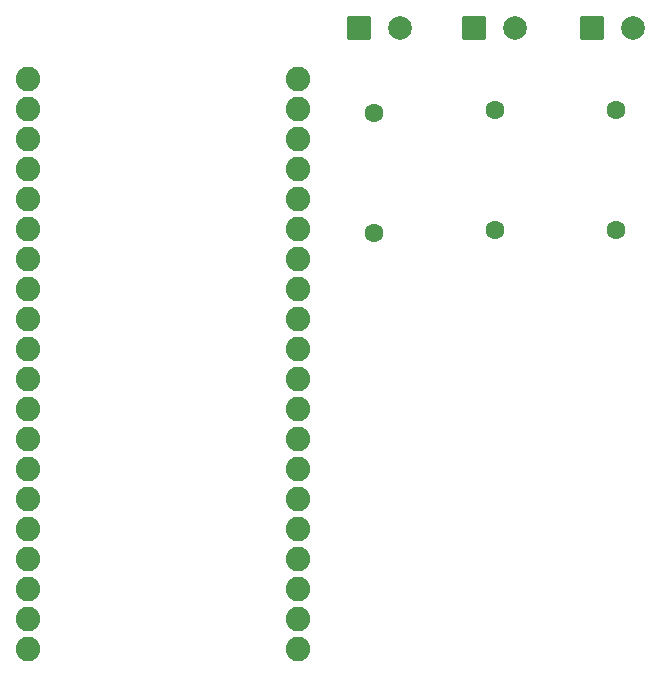
<source format=gbr>
%TF.GenerationSoftware,KiCad,Pcbnew,9.0.6*%
%TF.CreationDate,2025-11-23T12:16:46-08:00*%
%TF.ProjectId,CurrentTransformer,43757272-656e-4745-9472-616e73666f72,rev?*%
%TF.SameCoordinates,Original*%
%TF.FileFunction,Soldermask,Bot*%
%TF.FilePolarity,Negative*%
%FSLAX46Y46*%
G04 Gerber Fmt 4.6, Leading zero omitted, Abs format (unit mm)*
G04 Created by KiCad (PCBNEW 9.0.6) date 2025-11-23 12:16:46*
%MOMM*%
%LPD*%
G01*
G04 APERTURE LIST*
G04 Aperture macros list*
%AMRoundRect*
0 Rectangle with rounded corners*
0 $1 Rounding radius*
0 $2 $3 $4 $5 $6 $7 $8 $9 X,Y pos of 4 corners*
0 Add a 4 corners polygon primitive as box body*
4,1,4,$2,$3,$4,$5,$6,$7,$8,$9,$2,$3,0*
0 Add four circle primitives for the rounded corners*
1,1,$1+$1,$2,$3*
1,1,$1+$1,$4,$5*
1,1,$1+$1,$6,$7*
1,1,$1+$1,$8,$9*
0 Add four rect primitives between the rounded corners*
20,1,$1+$1,$2,$3,$4,$5,0*
20,1,$1+$1,$4,$5,$6,$7,0*
20,1,$1+$1,$6,$7,$8,$9,0*
20,1,$1+$1,$8,$9,$2,$3,0*%
G04 Aperture macros list end*
%ADD10C,2.083600*%
%ADD11RoundRect,0.102000X-0.900000X-0.900000X0.900000X-0.900000X0.900000X0.900000X-0.900000X0.900000X0*%
%ADD12C,2.004000*%
%ADD13C,1.600000*%
G04 APERTURE END LIST*
D10*
%TO.C,U1*%
X155750000Y-119030000D03*
X155750000Y-116490000D03*
X155750000Y-113950000D03*
X155750000Y-111410000D03*
X155750000Y-108870000D03*
X155750000Y-106330000D03*
X155750000Y-103790000D03*
X155750000Y-101250000D03*
X155750000Y-98710000D03*
X155750000Y-96170000D03*
X155750000Y-93630000D03*
X155750000Y-91090000D03*
X155750000Y-88550000D03*
X155750000Y-86010000D03*
X155750000Y-83470000D03*
X155750000Y-80930000D03*
X155750000Y-78390000D03*
X155750000Y-75850000D03*
X155750000Y-73310000D03*
X155750000Y-70770000D03*
X178610000Y-119030000D03*
X178610000Y-116490000D03*
X178610000Y-113950000D03*
X178610000Y-111410000D03*
X178610000Y-108870000D03*
X178610000Y-106330000D03*
X178610000Y-103790000D03*
X178610000Y-101250000D03*
X178610000Y-98710000D03*
X178610000Y-96170000D03*
X178610000Y-93630000D03*
X178610000Y-91090000D03*
X178610000Y-88550000D03*
X178610000Y-86010000D03*
X178610000Y-83470000D03*
X178610000Y-80930000D03*
X178610000Y-78390000D03*
X178610000Y-75850000D03*
X178610000Y-73310000D03*
X178610000Y-70770000D03*
%TD*%
D11*
%TO.C,J3*%
X203500000Y-66500000D03*
D12*
X207000000Y-66500000D03*
%TD*%
D11*
%TO.C,J2*%
X183750000Y-66500000D03*
D12*
X187250000Y-66500000D03*
%TD*%
D13*
%TO.C,R4*%
X185000000Y-83830000D03*
X185000000Y-73670000D03*
%TD*%
%TO.C,R5*%
X205500000Y-83580000D03*
X205500000Y-73420000D03*
%TD*%
D11*
%TO.C,J1*%
X193500000Y-66500000D03*
D12*
X197000000Y-66500000D03*
%TD*%
D13*
%TO.C,R3*%
X195250000Y-83580000D03*
X195250000Y-73420000D03*
%TD*%
M02*

</source>
